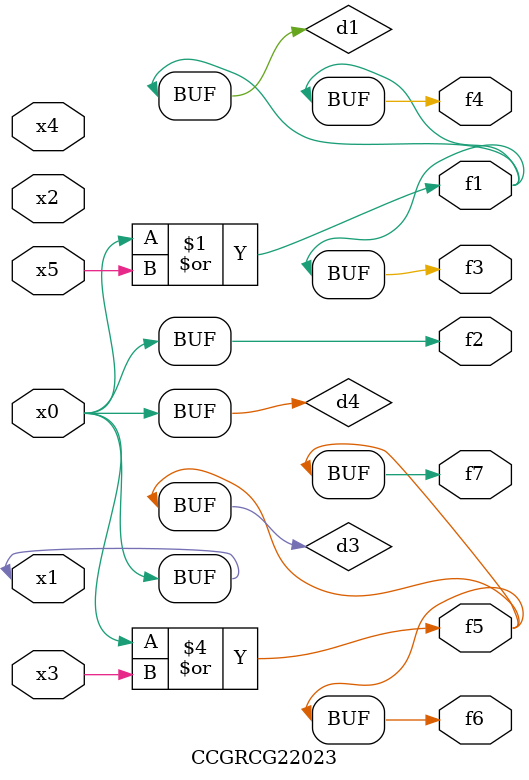
<source format=v>
module CCGRCG22023(
	input x0, x1, x2, x3, x4, x5,
	output f1, f2, f3, f4, f5, f6, f7
);

	wire d1, d2, d3, d4;

	or (d1, x0, x5);
	xnor (d2, x1, x4);
	or (d3, x0, x3);
	buf (d4, x0, x1);
	assign f1 = d1;
	assign f2 = d4;
	assign f3 = d1;
	assign f4 = d1;
	assign f5 = d3;
	assign f6 = d3;
	assign f7 = d3;
endmodule

</source>
